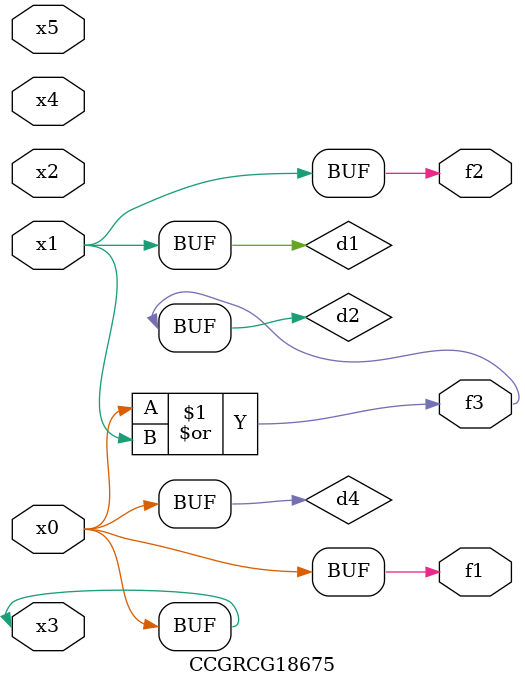
<source format=v>
module CCGRCG18675(
	input x0, x1, x2, x3, x4, x5,
	output f1, f2, f3
);

	wire d1, d2, d3, d4;

	and (d1, x1);
	or (d2, x0, x1);
	nand (d3, x0, x5);
	buf (d4, x0, x3);
	assign f1 = d4;
	assign f2 = d1;
	assign f3 = d2;
endmodule

</source>
